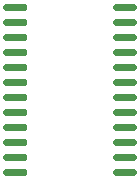
<source format=gtp>
G04 #@! TF.GenerationSoftware,KiCad,Pcbnew,(5.1.10)-1*
G04 #@! TF.CreationDate,2021-07-30T10:33:10+01:00*
G04 #@! TF.ProjectId,GfxV9958,47667856-3939-4353-982e-6b696361645f,rev?*
G04 #@! TF.SameCoordinates,Original*
G04 #@! TF.FileFunction,Paste,Top*
G04 #@! TF.FilePolarity,Positive*
%FSLAX46Y46*%
G04 Gerber Fmt 4.6, Leading zero omitted, Abs format (unit mm)*
G04 Created by KiCad (PCBNEW (5.1.10)-1) date 2021-07-30 10:33:10*
%MOMM*%
%LPD*%
G01*
G04 APERTURE LIST*
G04 APERTURE END LIST*
G36*
G01*
X173220400Y-56627100D02*
X173220400Y-56352100D01*
G75*
G02*
X173357900Y-56214600I137500J0D01*
G01*
X175082900Y-56214600D01*
G75*
G02*
X175220400Y-56352100I0J-137500D01*
G01*
X175220400Y-56627100D01*
G75*
G02*
X175082900Y-56764600I-137500J0D01*
G01*
X173357900Y-56764600D01*
G75*
G02*
X173220400Y-56627100I0J137500D01*
G01*
G37*
G36*
G01*
X173220400Y-57897100D02*
X173220400Y-57622100D01*
G75*
G02*
X173357900Y-57484600I137500J0D01*
G01*
X175082900Y-57484600D01*
G75*
G02*
X175220400Y-57622100I0J-137500D01*
G01*
X175220400Y-57897100D01*
G75*
G02*
X175082900Y-58034600I-137500J0D01*
G01*
X173357900Y-58034600D01*
G75*
G02*
X173220400Y-57897100I0J137500D01*
G01*
G37*
G36*
G01*
X173220400Y-59167100D02*
X173220400Y-58892100D01*
G75*
G02*
X173357900Y-58754600I137500J0D01*
G01*
X175082900Y-58754600D01*
G75*
G02*
X175220400Y-58892100I0J-137500D01*
G01*
X175220400Y-59167100D01*
G75*
G02*
X175082900Y-59304600I-137500J0D01*
G01*
X173357900Y-59304600D01*
G75*
G02*
X173220400Y-59167100I0J137500D01*
G01*
G37*
G36*
G01*
X173220400Y-60437100D02*
X173220400Y-60162100D01*
G75*
G02*
X173357900Y-60024600I137500J0D01*
G01*
X175082900Y-60024600D01*
G75*
G02*
X175220400Y-60162100I0J-137500D01*
G01*
X175220400Y-60437100D01*
G75*
G02*
X175082900Y-60574600I-137500J0D01*
G01*
X173357900Y-60574600D01*
G75*
G02*
X173220400Y-60437100I0J137500D01*
G01*
G37*
G36*
G01*
X173220400Y-61707100D02*
X173220400Y-61432100D01*
G75*
G02*
X173357900Y-61294600I137500J0D01*
G01*
X175082900Y-61294600D01*
G75*
G02*
X175220400Y-61432100I0J-137500D01*
G01*
X175220400Y-61707100D01*
G75*
G02*
X175082900Y-61844600I-137500J0D01*
G01*
X173357900Y-61844600D01*
G75*
G02*
X173220400Y-61707100I0J137500D01*
G01*
G37*
G36*
G01*
X173220400Y-62977100D02*
X173220400Y-62702100D01*
G75*
G02*
X173357900Y-62564600I137500J0D01*
G01*
X175082900Y-62564600D01*
G75*
G02*
X175220400Y-62702100I0J-137500D01*
G01*
X175220400Y-62977100D01*
G75*
G02*
X175082900Y-63114600I-137500J0D01*
G01*
X173357900Y-63114600D01*
G75*
G02*
X173220400Y-62977100I0J137500D01*
G01*
G37*
G36*
G01*
X173220400Y-64247100D02*
X173220400Y-63972100D01*
G75*
G02*
X173357900Y-63834600I137500J0D01*
G01*
X175082900Y-63834600D01*
G75*
G02*
X175220400Y-63972100I0J-137500D01*
G01*
X175220400Y-64247100D01*
G75*
G02*
X175082900Y-64384600I-137500J0D01*
G01*
X173357900Y-64384600D01*
G75*
G02*
X173220400Y-64247100I0J137500D01*
G01*
G37*
G36*
G01*
X173220400Y-65517100D02*
X173220400Y-65242100D01*
G75*
G02*
X173357900Y-65104600I137500J0D01*
G01*
X175082900Y-65104600D01*
G75*
G02*
X175220400Y-65242100I0J-137500D01*
G01*
X175220400Y-65517100D01*
G75*
G02*
X175082900Y-65654600I-137500J0D01*
G01*
X173357900Y-65654600D01*
G75*
G02*
X173220400Y-65517100I0J137500D01*
G01*
G37*
G36*
G01*
X173220400Y-66787100D02*
X173220400Y-66512100D01*
G75*
G02*
X173357900Y-66374600I137500J0D01*
G01*
X175082900Y-66374600D01*
G75*
G02*
X175220400Y-66512100I0J-137500D01*
G01*
X175220400Y-66787100D01*
G75*
G02*
X175082900Y-66924600I-137500J0D01*
G01*
X173357900Y-66924600D01*
G75*
G02*
X173220400Y-66787100I0J137500D01*
G01*
G37*
G36*
G01*
X173220400Y-68057100D02*
X173220400Y-67782100D01*
G75*
G02*
X173357900Y-67644600I137500J0D01*
G01*
X175082900Y-67644600D01*
G75*
G02*
X175220400Y-67782100I0J-137500D01*
G01*
X175220400Y-68057100D01*
G75*
G02*
X175082900Y-68194600I-137500J0D01*
G01*
X173357900Y-68194600D01*
G75*
G02*
X173220400Y-68057100I0J137500D01*
G01*
G37*
G36*
G01*
X173220400Y-69327100D02*
X173220400Y-69052100D01*
G75*
G02*
X173357900Y-68914600I137500J0D01*
G01*
X175082900Y-68914600D01*
G75*
G02*
X175220400Y-69052100I0J-137500D01*
G01*
X175220400Y-69327100D01*
G75*
G02*
X175082900Y-69464600I-137500J0D01*
G01*
X173357900Y-69464600D01*
G75*
G02*
X173220400Y-69327100I0J137500D01*
G01*
G37*
G36*
G01*
X173220400Y-70597100D02*
X173220400Y-70322100D01*
G75*
G02*
X173357900Y-70184600I137500J0D01*
G01*
X175082900Y-70184600D01*
G75*
G02*
X175220400Y-70322100I0J-137500D01*
G01*
X175220400Y-70597100D01*
G75*
G02*
X175082900Y-70734600I-137500J0D01*
G01*
X173357900Y-70734600D01*
G75*
G02*
X173220400Y-70597100I0J137500D01*
G01*
G37*
G36*
G01*
X163920400Y-70597100D02*
X163920400Y-70322100D01*
G75*
G02*
X164057900Y-70184600I137500J0D01*
G01*
X165782900Y-70184600D01*
G75*
G02*
X165920400Y-70322100I0J-137500D01*
G01*
X165920400Y-70597100D01*
G75*
G02*
X165782900Y-70734600I-137500J0D01*
G01*
X164057900Y-70734600D01*
G75*
G02*
X163920400Y-70597100I0J137500D01*
G01*
G37*
G36*
G01*
X163920400Y-69327100D02*
X163920400Y-69052100D01*
G75*
G02*
X164057900Y-68914600I137500J0D01*
G01*
X165782900Y-68914600D01*
G75*
G02*
X165920400Y-69052100I0J-137500D01*
G01*
X165920400Y-69327100D01*
G75*
G02*
X165782900Y-69464600I-137500J0D01*
G01*
X164057900Y-69464600D01*
G75*
G02*
X163920400Y-69327100I0J137500D01*
G01*
G37*
G36*
G01*
X163920400Y-68057100D02*
X163920400Y-67782100D01*
G75*
G02*
X164057900Y-67644600I137500J0D01*
G01*
X165782900Y-67644600D01*
G75*
G02*
X165920400Y-67782100I0J-137500D01*
G01*
X165920400Y-68057100D01*
G75*
G02*
X165782900Y-68194600I-137500J0D01*
G01*
X164057900Y-68194600D01*
G75*
G02*
X163920400Y-68057100I0J137500D01*
G01*
G37*
G36*
G01*
X163920400Y-66787100D02*
X163920400Y-66512100D01*
G75*
G02*
X164057900Y-66374600I137500J0D01*
G01*
X165782900Y-66374600D01*
G75*
G02*
X165920400Y-66512100I0J-137500D01*
G01*
X165920400Y-66787100D01*
G75*
G02*
X165782900Y-66924600I-137500J0D01*
G01*
X164057900Y-66924600D01*
G75*
G02*
X163920400Y-66787100I0J137500D01*
G01*
G37*
G36*
G01*
X163920400Y-65517100D02*
X163920400Y-65242100D01*
G75*
G02*
X164057900Y-65104600I137500J0D01*
G01*
X165782900Y-65104600D01*
G75*
G02*
X165920400Y-65242100I0J-137500D01*
G01*
X165920400Y-65517100D01*
G75*
G02*
X165782900Y-65654600I-137500J0D01*
G01*
X164057900Y-65654600D01*
G75*
G02*
X163920400Y-65517100I0J137500D01*
G01*
G37*
G36*
G01*
X163920400Y-64247100D02*
X163920400Y-63972100D01*
G75*
G02*
X164057900Y-63834600I137500J0D01*
G01*
X165782900Y-63834600D01*
G75*
G02*
X165920400Y-63972100I0J-137500D01*
G01*
X165920400Y-64247100D01*
G75*
G02*
X165782900Y-64384600I-137500J0D01*
G01*
X164057900Y-64384600D01*
G75*
G02*
X163920400Y-64247100I0J137500D01*
G01*
G37*
G36*
G01*
X163920400Y-62977100D02*
X163920400Y-62702100D01*
G75*
G02*
X164057900Y-62564600I137500J0D01*
G01*
X165782900Y-62564600D01*
G75*
G02*
X165920400Y-62702100I0J-137500D01*
G01*
X165920400Y-62977100D01*
G75*
G02*
X165782900Y-63114600I-137500J0D01*
G01*
X164057900Y-63114600D01*
G75*
G02*
X163920400Y-62977100I0J137500D01*
G01*
G37*
G36*
G01*
X163920400Y-61707100D02*
X163920400Y-61432100D01*
G75*
G02*
X164057900Y-61294600I137500J0D01*
G01*
X165782900Y-61294600D01*
G75*
G02*
X165920400Y-61432100I0J-137500D01*
G01*
X165920400Y-61707100D01*
G75*
G02*
X165782900Y-61844600I-137500J0D01*
G01*
X164057900Y-61844600D01*
G75*
G02*
X163920400Y-61707100I0J137500D01*
G01*
G37*
G36*
G01*
X163920400Y-60437100D02*
X163920400Y-60162100D01*
G75*
G02*
X164057900Y-60024600I137500J0D01*
G01*
X165782900Y-60024600D01*
G75*
G02*
X165920400Y-60162100I0J-137500D01*
G01*
X165920400Y-60437100D01*
G75*
G02*
X165782900Y-60574600I-137500J0D01*
G01*
X164057900Y-60574600D01*
G75*
G02*
X163920400Y-60437100I0J137500D01*
G01*
G37*
G36*
G01*
X163920400Y-59167100D02*
X163920400Y-58892100D01*
G75*
G02*
X164057900Y-58754600I137500J0D01*
G01*
X165782900Y-58754600D01*
G75*
G02*
X165920400Y-58892100I0J-137500D01*
G01*
X165920400Y-59167100D01*
G75*
G02*
X165782900Y-59304600I-137500J0D01*
G01*
X164057900Y-59304600D01*
G75*
G02*
X163920400Y-59167100I0J137500D01*
G01*
G37*
G36*
G01*
X163920400Y-57897100D02*
X163920400Y-57622100D01*
G75*
G02*
X164057900Y-57484600I137500J0D01*
G01*
X165782900Y-57484600D01*
G75*
G02*
X165920400Y-57622100I0J-137500D01*
G01*
X165920400Y-57897100D01*
G75*
G02*
X165782900Y-58034600I-137500J0D01*
G01*
X164057900Y-58034600D01*
G75*
G02*
X163920400Y-57897100I0J137500D01*
G01*
G37*
G36*
G01*
X163920400Y-56627100D02*
X163920400Y-56352100D01*
G75*
G02*
X164057900Y-56214600I137500J0D01*
G01*
X165782900Y-56214600D01*
G75*
G02*
X165920400Y-56352100I0J-137500D01*
G01*
X165920400Y-56627100D01*
G75*
G02*
X165782900Y-56764600I-137500J0D01*
G01*
X164057900Y-56764600D01*
G75*
G02*
X163920400Y-56627100I0J137500D01*
G01*
G37*
M02*

</source>
